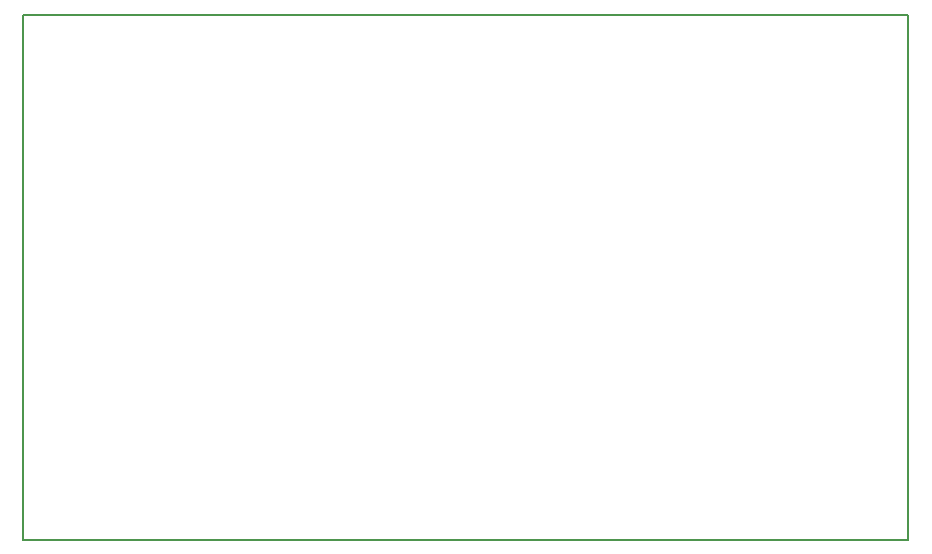
<source format=gbr>
%TF.GenerationSoftware,KiCad,Pcbnew,7.0.7*%
%TF.CreationDate,2023-10-23T16:53:46+02:00*%
%TF.ProjectId,SAE_four_manip_thyristor_triac,5341455f-666f-4757-925f-6d616e69705f,rev?*%
%TF.SameCoordinates,Original*%
%TF.FileFunction,Profile,NP*%
%FSLAX46Y46*%
G04 Gerber Fmt 4.6, Leading zero omitted, Abs format (unit mm)*
G04 Created by KiCad (PCBNEW 7.0.7) date 2023-10-23 16:53:46*
%MOMM*%
%LPD*%
G01*
G04 APERTURE LIST*
%TA.AperFunction,Profile*%
%ADD10C,0.200000*%
%TD*%
G04 APERTURE END LIST*
D10*
X40005000Y-53975000D02*
X114935000Y-53975000D01*
X114935000Y-98425000D01*
X40005000Y-98425000D01*
X40005000Y-53975000D01*
M02*

</source>
